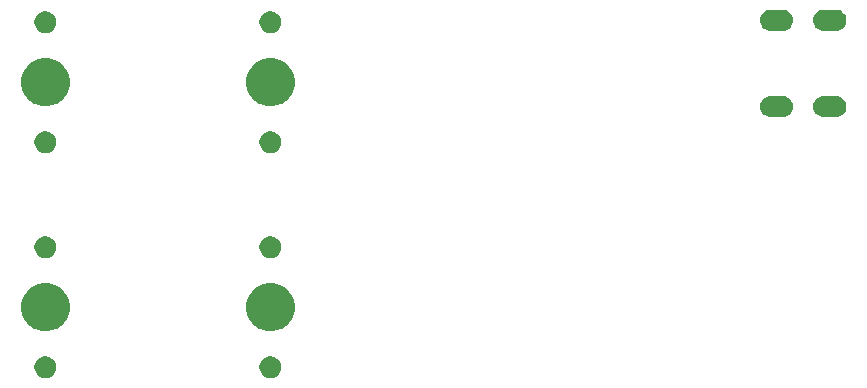
<source format=gbr>
G04 #@! TF.GenerationSoftware,KiCad,Pcbnew,5.1.5*
G04 #@! TF.CreationDate,2020-01-27T21:51:43-06:00*
G04 #@! TF.ProjectId,pcbtut,70636274-7574-42e6-9b69-6361645f7063,rev?*
G04 #@! TF.SameCoordinates,Original*
G04 #@! TF.FileFunction,Soldermask,Top*
G04 #@! TF.FilePolarity,Negative*
%FSLAX46Y46*%
G04 Gerber Fmt 4.6, Leading zero omitted, Abs format (unit mm)*
G04 Created by KiCad (PCBNEW 5.1.5) date 2020-01-27 21:51:43*
%MOMM*%
%LPD*%
G04 APERTURE LIST*
%ADD10C,0.100000*%
G04 APERTURE END LIST*
D10*
G36*
X122508104Y-144683585D02*
G01*
X122676626Y-144753389D01*
X122828291Y-144854728D01*
X122957272Y-144983709D01*
X123058611Y-145135374D01*
X123128415Y-145303896D01*
X123164000Y-145482797D01*
X123164000Y-145665203D01*
X123128415Y-145844104D01*
X123058611Y-146012626D01*
X122957272Y-146164291D01*
X122828291Y-146293272D01*
X122676626Y-146394611D01*
X122508104Y-146464415D01*
X122329203Y-146500000D01*
X122146797Y-146500000D01*
X121967896Y-146464415D01*
X121799374Y-146394611D01*
X121647709Y-146293272D01*
X121518728Y-146164291D01*
X121417389Y-146012626D01*
X121347585Y-145844104D01*
X121312000Y-145665203D01*
X121312000Y-145482797D01*
X121347585Y-145303896D01*
X121417389Y-145135374D01*
X121518728Y-144983709D01*
X121647709Y-144854728D01*
X121799374Y-144753389D01*
X121967896Y-144683585D01*
X122146797Y-144648000D01*
X122329203Y-144648000D01*
X122508104Y-144683585D01*
G37*
G36*
X141558104Y-144683585D02*
G01*
X141726626Y-144753389D01*
X141878291Y-144854728D01*
X142007272Y-144983709D01*
X142108611Y-145135374D01*
X142178415Y-145303896D01*
X142214000Y-145482797D01*
X142214000Y-145665203D01*
X142178415Y-145844104D01*
X142108611Y-146012626D01*
X142007272Y-146164291D01*
X141878291Y-146293272D01*
X141726626Y-146394611D01*
X141558104Y-146464415D01*
X141379203Y-146500000D01*
X141196797Y-146500000D01*
X141017896Y-146464415D01*
X140849374Y-146394611D01*
X140697709Y-146293272D01*
X140568728Y-146164291D01*
X140467389Y-146012626D01*
X140397585Y-145844104D01*
X140362000Y-145665203D01*
X140362000Y-145482797D01*
X140397585Y-145303896D01*
X140467389Y-145135374D01*
X140568728Y-144983709D01*
X140697709Y-144854728D01*
X140849374Y-144753389D01*
X141017896Y-144683585D01*
X141196797Y-144648000D01*
X141379203Y-144648000D01*
X141558104Y-144683585D01*
G37*
G36*
X141884474Y-138527684D02*
G01*
X142102474Y-138617983D01*
X142256623Y-138681833D01*
X142591548Y-138905623D01*
X142876377Y-139190452D01*
X143100167Y-139525377D01*
X143100167Y-139525378D01*
X143254316Y-139897526D01*
X143332900Y-140292594D01*
X143332900Y-140695406D01*
X143254316Y-141090474D01*
X143164017Y-141308474D01*
X143100167Y-141462623D01*
X142876377Y-141797548D01*
X142591548Y-142082377D01*
X142256623Y-142306167D01*
X142102474Y-142370017D01*
X141884474Y-142460316D01*
X141489406Y-142538900D01*
X141086594Y-142538900D01*
X140691526Y-142460316D01*
X140473526Y-142370017D01*
X140319377Y-142306167D01*
X139984452Y-142082377D01*
X139699623Y-141797548D01*
X139475833Y-141462623D01*
X139411983Y-141308474D01*
X139321684Y-141090474D01*
X139243100Y-140695406D01*
X139243100Y-140292594D01*
X139321684Y-139897526D01*
X139475833Y-139525378D01*
X139475833Y-139525377D01*
X139699623Y-139190452D01*
X139984452Y-138905623D01*
X140319377Y-138681833D01*
X140473526Y-138617983D01*
X140691526Y-138527684D01*
X141086594Y-138449100D01*
X141489406Y-138449100D01*
X141884474Y-138527684D01*
G37*
G36*
X122834474Y-138527684D02*
G01*
X123052474Y-138617983D01*
X123206623Y-138681833D01*
X123541548Y-138905623D01*
X123826377Y-139190452D01*
X124050167Y-139525377D01*
X124050167Y-139525378D01*
X124204316Y-139897526D01*
X124282900Y-140292594D01*
X124282900Y-140695406D01*
X124204316Y-141090474D01*
X124114017Y-141308474D01*
X124050167Y-141462623D01*
X123826377Y-141797548D01*
X123541548Y-142082377D01*
X123206623Y-142306167D01*
X123052474Y-142370017D01*
X122834474Y-142460316D01*
X122439406Y-142538900D01*
X122036594Y-142538900D01*
X121641526Y-142460316D01*
X121423526Y-142370017D01*
X121269377Y-142306167D01*
X120934452Y-142082377D01*
X120649623Y-141797548D01*
X120425833Y-141462623D01*
X120361983Y-141308474D01*
X120271684Y-141090474D01*
X120193100Y-140695406D01*
X120193100Y-140292594D01*
X120271684Y-139897526D01*
X120425833Y-139525378D01*
X120425833Y-139525377D01*
X120649623Y-139190452D01*
X120934452Y-138905623D01*
X121269377Y-138681833D01*
X121423526Y-138617983D01*
X121641526Y-138527684D01*
X122036594Y-138449100D01*
X122439406Y-138449100D01*
X122834474Y-138527684D01*
G37*
G36*
X141558104Y-134523585D02*
G01*
X141726626Y-134593389D01*
X141878291Y-134694728D01*
X142007272Y-134823709D01*
X142108611Y-134975374D01*
X142178415Y-135143896D01*
X142214000Y-135322797D01*
X142214000Y-135505203D01*
X142178415Y-135684104D01*
X142108611Y-135852626D01*
X142007272Y-136004291D01*
X141878291Y-136133272D01*
X141726626Y-136234611D01*
X141558104Y-136304415D01*
X141379203Y-136340000D01*
X141196797Y-136340000D01*
X141017896Y-136304415D01*
X140849374Y-136234611D01*
X140697709Y-136133272D01*
X140568728Y-136004291D01*
X140467389Y-135852626D01*
X140397585Y-135684104D01*
X140362000Y-135505203D01*
X140362000Y-135322797D01*
X140397585Y-135143896D01*
X140467389Y-134975374D01*
X140568728Y-134823709D01*
X140697709Y-134694728D01*
X140849374Y-134593389D01*
X141017896Y-134523585D01*
X141196797Y-134488000D01*
X141379203Y-134488000D01*
X141558104Y-134523585D01*
G37*
G36*
X122508104Y-134523585D02*
G01*
X122676626Y-134593389D01*
X122828291Y-134694728D01*
X122957272Y-134823709D01*
X123058611Y-134975374D01*
X123128415Y-135143896D01*
X123164000Y-135322797D01*
X123164000Y-135505203D01*
X123128415Y-135684104D01*
X123058611Y-135852626D01*
X122957272Y-136004291D01*
X122828291Y-136133272D01*
X122676626Y-136234611D01*
X122508104Y-136304415D01*
X122329203Y-136340000D01*
X122146797Y-136340000D01*
X121967896Y-136304415D01*
X121799374Y-136234611D01*
X121647709Y-136133272D01*
X121518728Y-136004291D01*
X121417389Y-135852626D01*
X121347585Y-135684104D01*
X121312000Y-135505203D01*
X121312000Y-135322797D01*
X121347585Y-135143896D01*
X121417389Y-134975374D01*
X121518728Y-134823709D01*
X121647709Y-134694728D01*
X121799374Y-134593389D01*
X121967896Y-134523585D01*
X122146797Y-134488000D01*
X122329203Y-134488000D01*
X122508104Y-134523585D01*
G37*
G36*
X141558104Y-125633585D02*
G01*
X141726626Y-125703389D01*
X141878291Y-125804728D01*
X142007272Y-125933709D01*
X142108611Y-126085374D01*
X142178415Y-126253896D01*
X142214000Y-126432797D01*
X142214000Y-126615203D01*
X142178415Y-126794104D01*
X142108611Y-126962626D01*
X142007272Y-127114291D01*
X141878291Y-127243272D01*
X141726626Y-127344611D01*
X141558104Y-127414415D01*
X141379203Y-127450000D01*
X141196797Y-127450000D01*
X141017896Y-127414415D01*
X140849374Y-127344611D01*
X140697709Y-127243272D01*
X140568728Y-127114291D01*
X140467389Y-126962626D01*
X140397585Y-126794104D01*
X140362000Y-126615203D01*
X140362000Y-126432797D01*
X140397585Y-126253896D01*
X140467389Y-126085374D01*
X140568728Y-125933709D01*
X140697709Y-125804728D01*
X140849374Y-125703389D01*
X141017896Y-125633585D01*
X141196797Y-125598000D01*
X141379203Y-125598000D01*
X141558104Y-125633585D01*
G37*
G36*
X122508104Y-125633585D02*
G01*
X122676626Y-125703389D01*
X122828291Y-125804728D01*
X122957272Y-125933709D01*
X123058611Y-126085374D01*
X123128415Y-126253896D01*
X123164000Y-126432797D01*
X123164000Y-126615203D01*
X123128415Y-126794104D01*
X123058611Y-126962626D01*
X122957272Y-127114291D01*
X122828291Y-127243272D01*
X122676626Y-127344611D01*
X122508104Y-127414415D01*
X122329203Y-127450000D01*
X122146797Y-127450000D01*
X121967896Y-127414415D01*
X121799374Y-127344611D01*
X121647709Y-127243272D01*
X121518728Y-127114291D01*
X121417389Y-126962626D01*
X121347585Y-126794104D01*
X121312000Y-126615203D01*
X121312000Y-126432797D01*
X121347585Y-126253896D01*
X121417389Y-126085374D01*
X121518728Y-125933709D01*
X121647709Y-125804728D01*
X121799374Y-125703389D01*
X121967896Y-125633585D01*
X122146797Y-125598000D01*
X122329203Y-125598000D01*
X122508104Y-125633585D01*
G37*
G36*
X184760443Y-122611519D02*
G01*
X184826627Y-122618037D01*
X184996466Y-122669557D01*
X185152991Y-122753222D01*
X185188729Y-122782552D01*
X185290186Y-122865814D01*
X185373448Y-122967271D01*
X185402778Y-123003009D01*
X185486443Y-123159534D01*
X185537963Y-123329373D01*
X185555359Y-123506000D01*
X185537963Y-123682627D01*
X185486443Y-123852466D01*
X185402778Y-124008991D01*
X185373448Y-124044729D01*
X185290186Y-124146186D01*
X185188729Y-124229448D01*
X185152991Y-124258778D01*
X184996466Y-124342443D01*
X184826627Y-124393963D01*
X184760443Y-124400481D01*
X184694260Y-124407000D01*
X183605740Y-124407000D01*
X183539557Y-124400481D01*
X183473373Y-124393963D01*
X183303534Y-124342443D01*
X183147009Y-124258778D01*
X183111271Y-124229448D01*
X183009814Y-124146186D01*
X182926552Y-124044729D01*
X182897222Y-124008991D01*
X182813557Y-123852466D01*
X182762037Y-123682627D01*
X182744641Y-123506000D01*
X182762037Y-123329373D01*
X182813557Y-123159534D01*
X182897222Y-123003009D01*
X182926552Y-122967271D01*
X183009814Y-122865814D01*
X183111271Y-122782552D01*
X183147009Y-122753222D01*
X183303534Y-122669557D01*
X183473373Y-122618037D01*
X183539557Y-122611519D01*
X183605740Y-122605000D01*
X184694260Y-122605000D01*
X184760443Y-122611519D01*
G37*
G36*
X189260443Y-122611519D02*
G01*
X189326627Y-122618037D01*
X189496466Y-122669557D01*
X189652991Y-122753222D01*
X189688729Y-122782552D01*
X189790186Y-122865814D01*
X189873448Y-122967271D01*
X189902778Y-123003009D01*
X189986443Y-123159534D01*
X190037963Y-123329373D01*
X190055359Y-123506000D01*
X190037963Y-123682627D01*
X189986443Y-123852466D01*
X189902778Y-124008991D01*
X189873448Y-124044729D01*
X189790186Y-124146186D01*
X189688729Y-124229448D01*
X189652991Y-124258778D01*
X189496466Y-124342443D01*
X189326627Y-124393963D01*
X189260443Y-124400481D01*
X189194260Y-124407000D01*
X188105740Y-124407000D01*
X188039557Y-124400481D01*
X187973373Y-124393963D01*
X187803534Y-124342443D01*
X187647009Y-124258778D01*
X187611271Y-124229448D01*
X187509814Y-124146186D01*
X187426552Y-124044729D01*
X187397222Y-124008991D01*
X187313557Y-123852466D01*
X187262037Y-123682627D01*
X187244641Y-123506000D01*
X187262037Y-123329373D01*
X187313557Y-123159534D01*
X187397222Y-123003009D01*
X187426552Y-122967271D01*
X187509814Y-122865814D01*
X187611271Y-122782552D01*
X187647009Y-122753222D01*
X187803534Y-122669557D01*
X187973373Y-122618037D01*
X188039557Y-122611519D01*
X188105740Y-122605000D01*
X189194260Y-122605000D01*
X189260443Y-122611519D01*
G37*
G36*
X122834474Y-119477684D02*
G01*
X123052474Y-119567983D01*
X123206623Y-119631833D01*
X123541548Y-119855623D01*
X123826377Y-120140452D01*
X124050167Y-120475377D01*
X124050167Y-120475378D01*
X124204316Y-120847526D01*
X124282900Y-121242594D01*
X124282900Y-121645406D01*
X124204316Y-122040474D01*
X124114017Y-122258474D01*
X124050167Y-122412623D01*
X123826377Y-122747548D01*
X123541548Y-123032377D01*
X123206623Y-123256167D01*
X123052474Y-123320017D01*
X122834474Y-123410316D01*
X122439406Y-123488900D01*
X122036594Y-123488900D01*
X121641526Y-123410316D01*
X121423526Y-123320017D01*
X121269377Y-123256167D01*
X120934452Y-123032377D01*
X120649623Y-122747548D01*
X120425833Y-122412623D01*
X120361983Y-122258474D01*
X120271684Y-122040474D01*
X120193100Y-121645406D01*
X120193100Y-121242594D01*
X120271684Y-120847526D01*
X120425833Y-120475378D01*
X120425833Y-120475377D01*
X120649623Y-120140452D01*
X120934452Y-119855623D01*
X121269377Y-119631833D01*
X121423526Y-119567983D01*
X121641526Y-119477684D01*
X122036594Y-119399100D01*
X122439406Y-119399100D01*
X122834474Y-119477684D01*
G37*
G36*
X141884474Y-119477684D02*
G01*
X142102474Y-119567983D01*
X142256623Y-119631833D01*
X142591548Y-119855623D01*
X142876377Y-120140452D01*
X143100167Y-120475377D01*
X143100167Y-120475378D01*
X143254316Y-120847526D01*
X143332900Y-121242594D01*
X143332900Y-121645406D01*
X143254316Y-122040474D01*
X143164017Y-122258474D01*
X143100167Y-122412623D01*
X142876377Y-122747548D01*
X142591548Y-123032377D01*
X142256623Y-123256167D01*
X142102474Y-123320017D01*
X141884474Y-123410316D01*
X141489406Y-123488900D01*
X141086594Y-123488900D01*
X140691526Y-123410316D01*
X140473526Y-123320017D01*
X140319377Y-123256167D01*
X139984452Y-123032377D01*
X139699623Y-122747548D01*
X139475833Y-122412623D01*
X139411983Y-122258474D01*
X139321684Y-122040474D01*
X139243100Y-121645406D01*
X139243100Y-121242594D01*
X139321684Y-120847526D01*
X139475833Y-120475378D01*
X139475833Y-120475377D01*
X139699623Y-120140452D01*
X139984452Y-119855623D01*
X140319377Y-119631833D01*
X140473526Y-119567983D01*
X140691526Y-119477684D01*
X141086594Y-119399100D01*
X141489406Y-119399100D01*
X141884474Y-119477684D01*
G37*
G36*
X122508104Y-115473585D02*
G01*
X122676626Y-115543389D01*
X122828291Y-115644728D01*
X122957272Y-115773709D01*
X123058611Y-115925374D01*
X123128415Y-116093896D01*
X123164000Y-116272797D01*
X123164000Y-116455203D01*
X123128415Y-116634104D01*
X123058611Y-116802626D01*
X122957272Y-116954291D01*
X122828291Y-117083272D01*
X122676626Y-117184611D01*
X122508104Y-117254415D01*
X122329203Y-117290000D01*
X122146797Y-117290000D01*
X121967896Y-117254415D01*
X121799374Y-117184611D01*
X121647709Y-117083272D01*
X121518728Y-116954291D01*
X121417389Y-116802626D01*
X121347585Y-116634104D01*
X121312000Y-116455203D01*
X121312000Y-116272797D01*
X121347585Y-116093896D01*
X121417389Y-115925374D01*
X121518728Y-115773709D01*
X121647709Y-115644728D01*
X121799374Y-115543389D01*
X121967896Y-115473585D01*
X122146797Y-115438000D01*
X122329203Y-115438000D01*
X122508104Y-115473585D01*
G37*
G36*
X141558104Y-115473585D02*
G01*
X141726626Y-115543389D01*
X141878291Y-115644728D01*
X142007272Y-115773709D01*
X142108611Y-115925374D01*
X142178415Y-116093896D01*
X142214000Y-116272797D01*
X142214000Y-116455203D01*
X142178415Y-116634104D01*
X142108611Y-116802626D01*
X142007272Y-116954291D01*
X141878291Y-117083272D01*
X141726626Y-117184611D01*
X141558104Y-117254415D01*
X141379203Y-117290000D01*
X141196797Y-117290000D01*
X141017896Y-117254415D01*
X140849374Y-117184611D01*
X140697709Y-117083272D01*
X140568728Y-116954291D01*
X140467389Y-116802626D01*
X140397585Y-116634104D01*
X140362000Y-116455203D01*
X140362000Y-116272797D01*
X140397585Y-116093896D01*
X140467389Y-115925374D01*
X140568728Y-115773709D01*
X140697709Y-115644728D01*
X140849374Y-115543389D01*
X141017896Y-115473585D01*
X141196797Y-115438000D01*
X141379203Y-115438000D01*
X141558104Y-115473585D01*
G37*
G36*
X184760442Y-115311518D02*
G01*
X184826627Y-115318037D01*
X184996466Y-115369557D01*
X185152991Y-115453222D01*
X185177803Y-115473585D01*
X185290186Y-115565814D01*
X185354948Y-115644728D01*
X185402778Y-115703009D01*
X185486443Y-115859534D01*
X185537963Y-116029373D01*
X185555359Y-116206000D01*
X185537963Y-116382627D01*
X185486443Y-116552466D01*
X185402778Y-116708991D01*
X185373448Y-116744729D01*
X185290186Y-116846186D01*
X185188729Y-116929448D01*
X185152991Y-116958778D01*
X184996466Y-117042443D01*
X184826627Y-117093963D01*
X184760442Y-117100482D01*
X184694260Y-117107000D01*
X183605740Y-117107000D01*
X183539558Y-117100482D01*
X183473373Y-117093963D01*
X183303534Y-117042443D01*
X183147009Y-116958778D01*
X183111271Y-116929448D01*
X183009814Y-116846186D01*
X182926552Y-116744729D01*
X182897222Y-116708991D01*
X182813557Y-116552466D01*
X182762037Y-116382627D01*
X182744641Y-116206000D01*
X182762037Y-116029373D01*
X182813557Y-115859534D01*
X182897222Y-115703009D01*
X182945052Y-115644728D01*
X183009814Y-115565814D01*
X183122197Y-115473585D01*
X183147009Y-115453222D01*
X183303534Y-115369557D01*
X183473373Y-115318037D01*
X183539558Y-115311518D01*
X183605740Y-115305000D01*
X184694260Y-115305000D01*
X184760442Y-115311518D01*
G37*
G36*
X189260442Y-115311518D02*
G01*
X189326627Y-115318037D01*
X189496466Y-115369557D01*
X189652991Y-115453222D01*
X189677803Y-115473585D01*
X189790186Y-115565814D01*
X189854948Y-115644728D01*
X189902778Y-115703009D01*
X189986443Y-115859534D01*
X190037963Y-116029373D01*
X190055359Y-116206000D01*
X190037963Y-116382627D01*
X189986443Y-116552466D01*
X189902778Y-116708991D01*
X189873448Y-116744729D01*
X189790186Y-116846186D01*
X189688729Y-116929448D01*
X189652991Y-116958778D01*
X189496466Y-117042443D01*
X189326627Y-117093963D01*
X189260442Y-117100482D01*
X189194260Y-117107000D01*
X188105740Y-117107000D01*
X188039558Y-117100482D01*
X187973373Y-117093963D01*
X187803534Y-117042443D01*
X187647009Y-116958778D01*
X187611271Y-116929448D01*
X187509814Y-116846186D01*
X187426552Y-116744729D01*
X187397222Y-116708991D01*
X187313557Y-116552466D01*
X187262037Y-116382627D01*
X187244641Y-116206000D01*
X187262037Y-116029373D01*
X187313557Y-115859534D01*
X187397222Y-115703009D01*
X187445052Y-115644728D01*
X187509814Y-115565814D01*
X187622197Y-115473585D01*
X187647009Y-115453222D01*
X187803534Y-115369557D01*
X187973373Y-115318037D01*
X188039558Y-115311518D01*
X188105740Y-115305000D01*
X189194260Y-115305000D01*
X189260442Y-115311518D01*
G37*
M02*

</source>
